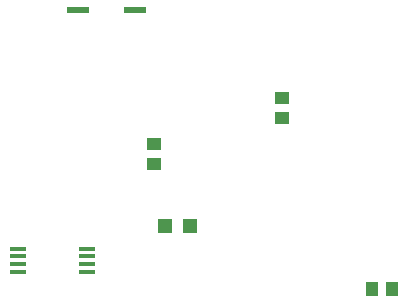
<source format=gbr>
G71*
G90*
G04 Quadcept GERBER*
%MOMM*%
%FSLAX44Y44*%
%ADD10R,1.19X1.19*%
%ADD11R,1.01X1.21*%
%ADD12R,1.21X1.01*%
%ADD13R,1.47X0.35*%
%ADD14R,1.9X0.55*%
G54D10*
X1558990Y2009200D03*
X1579810D03*
G54D11*
X1734390Y1956100D03*
X1751410D03*
G54D12*
X1549300Y2061690D03*
Y2078710D03*
X1658000Y2100490D03*
Y2117510D03*
G54D13*
X1434790Y1970350D03*
X1493210D03*
X1434790Y1976850D03*
X1493210D03*
X1434790Y1983350D03*
X1493210D03*
X1434790Y1989850D03*
X1493210D03*
G54D14*
X1485400Y2191700D03*
X1533400D03*
M02*

</source>
